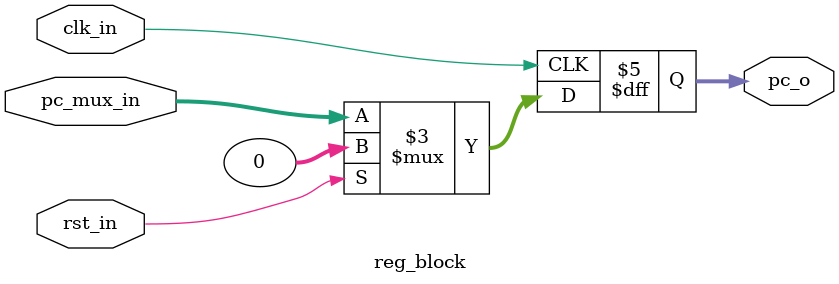
<source format=v>
module reg_block(
  input rst_in,
  input clk_in,
  input [31:0] pc_mux_in,
  output reg [31:0] pc_o 
);
  
  always@(posedge clk_in)
    begin 
      if(rst_in) 
        pc_o<=32'h0;
      else 
        pc_o<=pc_mux_in;
    end 
endmodule
</source>
